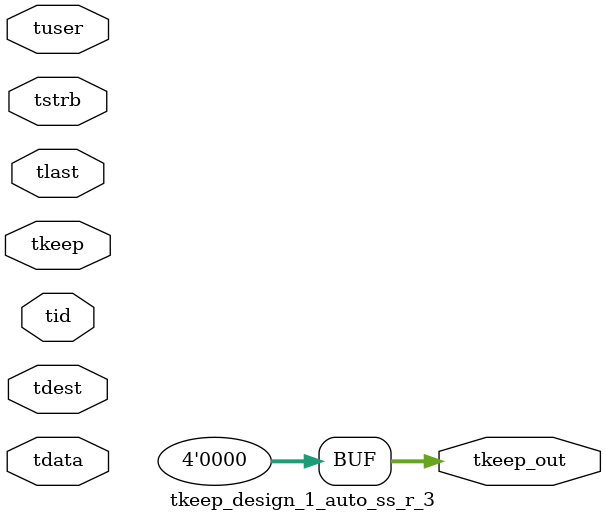
<source format=v>


`timescale 1ps/1ps

module tkeep_design_1_auto_ss_r_3 #
(
parameter C_S_AXIS_TDATA_WIDTH = 32,
parameter C_S_AXIS_TUSER_WIDTH = 0,
parameter C_S_AXIS_TID_WIDTH   = 0,
parameter C_S_AXIS_TDEST_WIDTH = 0,
parameter C_M_AXIS_TDATA_WIDTH = 32
)
(
input  [(C_S_AXIS_TDATA_WIDTH == 0 ? 1 : C_S_AXIS_TDATA_WIDTH)-1:0     ] tdata,
input  [(C_S_AXIS_TUSER_WIDTH == 0 ? 1 : C_S_AXIS_TUSER_WIDTH)-1:0     ] tuser,
input  [(C_S_AXIS_TID_WIDTH   == 0 ? 1 : C_S_AXIS_TID_WIDTH)-1:0       ] tid,
input  [(C_S_AXIS_TDEST_WIDTH == 0 ? 1 : C_S_AXIS_TDEST_WIDTH)-1:0     ] tdest,
input  [(C_S_AXIS_TDATA_WIDTH/8)-1:0 ] tkeep,
input  [(C_S_AXIS_TDATA_WIDTH/8)-1:0 ] tstrb,
input                                                                    tlast,
output [(C_M_AXIS_TDATA_WIDTH/8)-1:0 ] tkeep_out
);

assign tkeep_out = {1'b0};

endmodule


</source>
